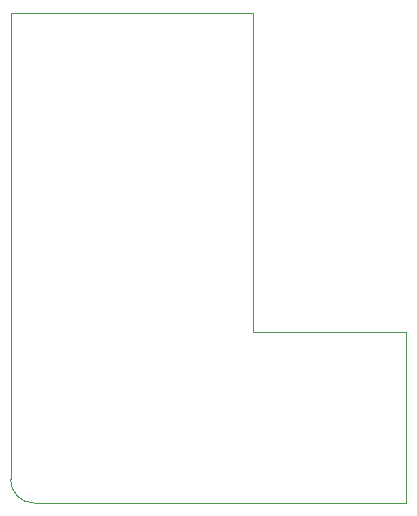
<source format=gbr>
%TF.GenerationSoftware,KiCad,Pcbnew,7.0.1*%
%TF.CreationDate,2024-06-25T20:02:14-07:00*%
%TF.ProjectId,project,70726f6a-6563-4742-9e6b-696361645f70,rev?*%
%TF.SameCoordinates,Original*%
%TF.FileFunction,Profile,NP*%
%FSLAX46Y46*%
G04 Gerber Fmt 4.6, Leading zero omitted, Abs format (unit mm)*
G04 Created by KiCad (PCBNEW 7.0.1) date 2024-06-25 20:02:14*
%MOMM*%
%LPD*%
G01*
G04 APERTURE LIST*
%TA.AperFunction,Profile*%
%ADD10C,0.100000*%
%TD*%
G04 APERTURE END LIST*
D10*
X115500000Y-73500000D02*
X115500000Y-113000000D01*
X136000000Y-100500000D02*
X149000000Y-100500000D01*
X136000000Y-73500000D02*
X136000000Y-100500000D01*
X115500000Y-113000000D02*
G75*
G03*
X117500000Y-115000000I2000000J0D01*
G01*
X117500000Y-115000000D02*
X149000000Y-115000000D01*
X115500000Y-73500000D02*
X136000000Y-73500000D01*
X149000000Y-100500000D02*
X149000000Y-115000000D01*
M02*

</source>
